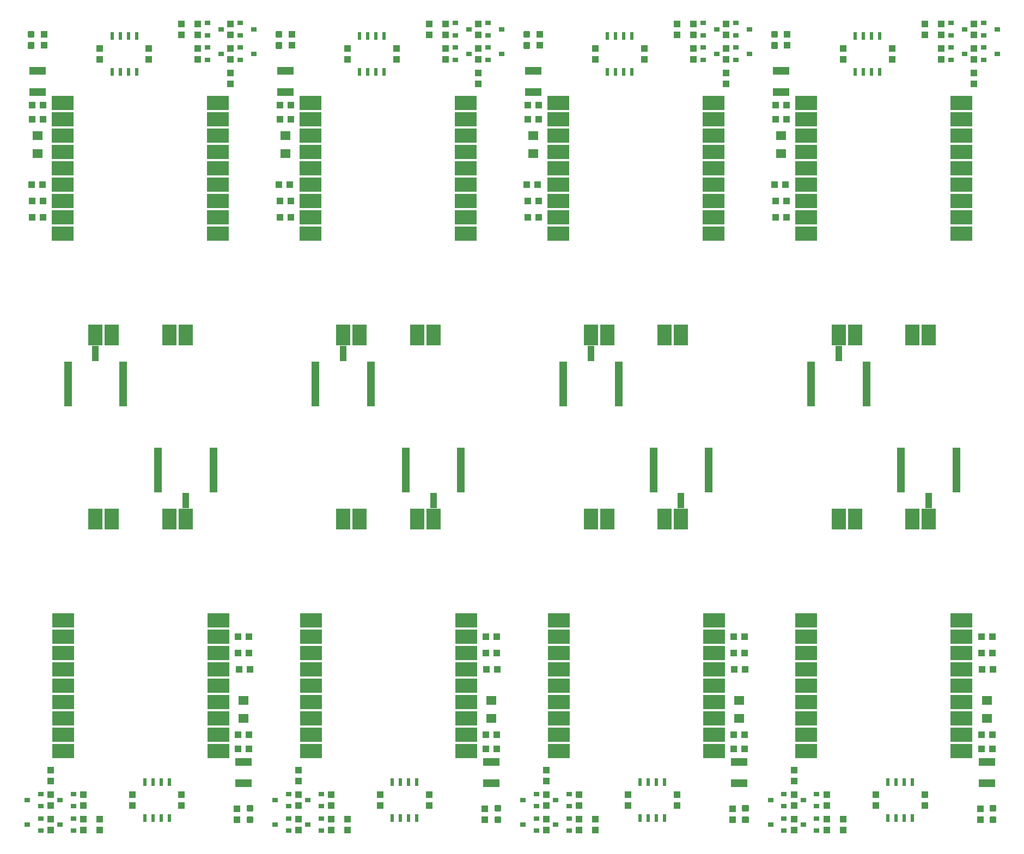
<source format=gtp>
G04 EAGLE Gerber RS-274X export*
G75*
%MOMM*%
%FSLAX34Y34*%
%LPD*%
%INSolderpaste Top*%
%IPPOS*%
%AMOC8*
5,1,8,0,0,1.08239X$1,22.5*%
G01*
%ADD10R,1.100000X1.000000*%
%ADD11R,1.600000X1.400000*%
%ADD12R,1.000000X1.100000*%
%ADD13C,0.300000*%
%ADD14R,3.400000X2.200000*%
%ADD15R,2.254000X3.254000*%
%ADD16R,2.500000X1.200000*%
%ADD17R,1.100000X2.400000*%
%ADD18R,1.250000X7.000000*%
%ADD19R,0.600000X1.200000*%
%ADD20R,0.900000X0.800000*%


D10*
X341512Y203200D03*
X358512Y203200D03*
X341512Y181610D03*
X358512Y181610D03*
D11*
X350012Y256570D03*
X350012Y228570D03*
D12*
X339992Y71500D03*
X339992Y88500D03*
D13*
X356492Y85270D02*
X363492Y85270D01*
X356492Y85270D02*
X356492Y92270D01*
X363492Y92270D01*
X363492Y85270D01*
X363492Y88120D02*
X356492Y88120D01*
X356492Y90970D02*
X363492Y90970D01*
X363492Y67730D02*
X356492Y67730D01*
X356492Y74730D01*
X363492Y74730D01*
X363492Y67730D01*
X363492Y70580D02*
X356492Y70580D01*
X356492Y73430D02*
X363492Y73430D01*
D14*
X310992Y177900D03*
D15*
X259992Y538900D03*
X234592Y538900D03*
X145392Y538900D03*
X119992Y538900D03*
D14*
X310992Y203300D03*
X310992Y228700D03*
X310992Y254100D03*
X310992Y279500D03*
X310992Y304900D03*
X310992Y330300D03*
X310992Y355700D03*
X310992Y381100D03*
X69692Y177900D03*
X69692Y203300D03*
X69692Y228700D03*
X69692Y254100D03*
X69692Y279500D03*
X69692Y304900D03*
X69692Y330300D03*
X69692Y355700D03*
X69692Y381100D03*
D12*
X50292Y148200D03*
X50292Y131200D03*
D10*
X342782Y304800D03*
X359782Y304800D03*
X358512Y355600D03*
X341512Y355600D03*
X358512Y330200D03*
X341512Y330200D03*
D16*
X349992Y128100D03*
X349992Y161100D03*
D17*
X259992Y567700D03*
D18*
X216942Y614600D03*
X303042Y614600D03*
D12*
X126492Y72000D03*
X126492Y55000D03*
X101092Y110100D03*
X101092Y93100D03*
X101092Y55000D03*
X101092Y72000D03*
D19*
X196342Y73600D03*
X209042Y73600D03*
X221742Y73600D03*
X234442Y73600D03*
X234442Y129600D03*
X221742Y129600D03*
X209042Y129600D03*
X196342Y129600D03*
D12*
X177292Y110100D03*
X177292Y93100D03*
D20*
X34892Y92100D03*
X34892Y111100D03*
X13892Y101600D03*
D12*
X50292Y93100D03*
X50292Y110100D03*
D20*
X34892Y54000D03*
X34892Y73000D03*
X13892Y63500D03*
D12*
X50292Y55000D03*
X50292Y72000D03*
D20*
X85692Y54000D03*
X85692Y73000D03*
X64692Y63500D03*
X85692Y92100D03*
X85692Y111100D03*
X64692Y101600D03*
D12*
X253492Y110100D03*
X253492Y93100D03*
D10*
X726601Y203200D03*
X743601Y203200D03*
X726601Y181610D03*
X743601Y181610D03*
D11*
X735101Y256570D03*
X735101Y228570D03*
D12*
X725081Y71500D03*
X725081Y88500D03*
D13*
X741581Y85270D02*
X748581Y85270D01*
X741581Y85270D02*
X741581Y92270D01*
X748581Y92270D01*
X748581Y85270D01*
X748581Y88120D02*
X741581Y88120D01*
X741581Y90970D02*
X748581Y90970D01*
X748581Y67730D02*
X741581Y67730D01*
X741581Y74730D01*
X748581Y74730D01*
X748581Y67730D01*
X748581Y70580D02*
X741581Y70580D01*
X741581Y73430D02*
X748581Y73430D01*
D14*
X696081Y177900D03*
D15*
X645081Y538900D03*
X619681Y538900D03*
X530481Y538900D03*
X505081Y538900D03*
D14*
X696081Y203300D03*
X696081Y228700D03*
X696081Y254100D03*
X696081Y279500D03*
X696081Y304900D03*
X696081Y330300D03*
X696081Y355700D03*
X696081Y381100D03*
X454781Y177900D03*
X454781Y203300D03*
X454781Y228700D03*
X454781Y254100D03*
X454781Y279500D03*
X454781Y304900D03*
X454781Y330300D03*
X454781Y355700D03*
X454781Y381100D03*
D12*
X435381Y148200D03*
X435381Y131200D03*
D10*
X727871Y304800D03*
X744871Y304800D03*
X743601Y355600D03*
X726601Y355600D03*
X743601Y330200D03*
X726601Y330200D03*
D16*
X735081Y128100D03*
X735081Y161100D03*
D17*
X645081Y567700D03*
D18*
X602031Y614600D03*
X688131Y614600D03*
D12*
X511581Y72000D03*
X511581Y55000D03*
X486181Y110100D03*
X486181Y93100D03*
X486181Y55000D03*
X486181Y72000D03*
D19*
X581431Y73600D03*
X594131Y73600D03*
X606831Y73600D03*
X619531Y73600D03*
X619531Y129600D03*
X606831Y129600D03*
X594131Y129600D03*
X581431Y129600D03*
D12*
X562381Y110100D03*
X562381Y93100D03*
D20*
X419981Y92100D03*
X419981Y111100D03*
X398981Y101600D03*
D12*
X435381Y93100D03*
X435381Y110100D03*
D20*
X419981Y54000D03*
X419981Y73000D03*
X398981Y63500D03*
D12*
X435381Y55000D03*
X435381Y72000D03*
D20*
X470781Y54000D03*
X470781Y73000D03*
X449781Y63500D03*
X470781Y92100D03*
X470781Y111100D03*
X449781Y101600D03*
D12*
X638581Y110100D03*
X638581Y93100D03*
D10*
X1111665Y203200D03*
X1128665Y203200D03*
X1111665Y181610D03*
X1128665Y181610D03*
D11*
X1120165Y256570D03*
X1120165Y228570D03*
D12*
X1110145Y71500D03*
X1110145Y88500D03*
D13*
X1126645Y85270D02*
X1133645Y85270D01*
X1126645Y85270D02*
X1126645Y92270D01*
X1133645Y92270D01*
X1133645Y85270D01*
X1133645Y88120D02*
X1126645Y88120D01*
X1126645Y90970D02*
X1133645Y90970D01*
X1133645Y67730D02*
X1126645Y67730D01*
X1126645Y74730D01*
X1133645Y74730D01*
X1133645Y67730D01*
X1133645Y70580D02*
X1126645Y70580D01*
X1126645Y73430D02*
X1133645Y73430D01*
D14*
X1081145Y177900D03*
D15*
X1030145Y538900D03*
X1004745Y538900D03*
X915545Y538900D03*
X890145Y538900D03*
D14*
X1081145Y203300D03*
X1081145Y228700D03*
X1081145Y254100D03*
X1081145Y279500D03*
X1081145Y304900D03*
X1081145Y330300D03*
X1081145Y355700D03*
X1081145Y381100D03*
X839845Y177900D03*
X839845Y203300D03*
X839845Y228700D03*
X839845Y254100D03*
X839845Y279500D03*
X839845Y304900D03*
X839845Y330300D03*
X839845Y355700D03*
X839845Y381100D03*
D12*
X820445Y148200D03*
X820445Y131200D03*
D10*
X1112935Y304800D03*
X1129935Y304800D03*
X1128665Y355600D03*
X1111665Y355600D03*
X1128665Y330200D03*
X1111665Y330200D03*
D16*
X1120145Y128100D03*
X1120145Y161100D03*
D17*
X1030145Y567700D03*
D18*
X987095Y614600D03*
X1073195Y614600D03*
D12*
X896645Y72000D03*
X896645Y55000D03*
X871245Y110100D03*
X871245Y93100D03*
X871245Y55000D03*
X871245Y72000D03*
D19*
X966495Y73600D03*
X979195Y73600D03*
X991895Y73600D03*
X1004595Y73600D03*
X1004595Y129600D03*
X991895Y129600D03*
X979195Y129600D03*
X966495Y129600D03*
D12*
X947445Y110100D03*
X947445Y93100D03*
D20*
X805045Y92100D03*
X805045Y111100D03*
X784045Y101600D03*
D12*
X820445Y93100D03*
X820445Y110100D03*
D20*
X805045Y54000D03*
X805045Y73000D03*
X784045Y63500D03*
D12*
X820445Y55000D03*
X820445Y72000D03*
D20*
X855845Y54000D03*
X855845Y73000D03*
X834845Y63500D03*
X855845Y92100D03*
X855845Y111100D03*
X834845Y101600D03*
D12*
X1023645Y110100D03*
X1023645Y93100D03*
D10*
X1496755Y203200D03*
X1513755Y203200D03*
X1496755Y181610D03*
X1513755Y181610D03*
D11*
X1505255Y256570D03*
X1505255Y228570D03*
D12*
X1495235Y71500D03*
X1495235Y88500D03*
D13*
X1511735Y85270D02*
X1518735Y85270D01*
X1511735Y85270D02*
X1511735Y92270D01*
X1518735Y92270D01*
X1518735Y85270D01*
X1518735Y88120D02*
X1511735Y88120D01*
X1511735Y90970D02*
X1518735Y90970D01*
X1518735Y67730D02*
X1511735Y67730D01*
X1511735Y74730D01*
X1518735Y74730D01*
X1518735Y67730D01*
X1518735Y70580D02*
X1511735Y70580D01*
X1511735Y73430D02*
X1518735Y73430D01*
D14*
X1466235Y177900D03*
D15*
X1415235Y538900D03*
X1389835Y538900D03*
X1300635Y538900D03*
X1275235Y538900D03*
D14*
X1466235Y203300D03*
X1466235Y228700D03*
X1466235Y254100D03*
X1466235Y279500D03*
X1466235Y304900D03*
X1466235Y330300D03*
X1466235Y355700D03*
X1466235Y381100D03*
X1224935Y177900D03*
X1224935Y203300D03*
X1224935Y228700D03*
X1224935Y254100D03*
X1224935Y279500D03*
X1224935Y304900D03*
X1224935Y330300D03*
X1224935Y355700D03*
X1224935Y381100D03*
D12*
X1205535Y148200D03*
X1205535Y131200D03*
D10*
X1498025Y304800D03*
X1515025Y304800D03*
X1513755Y355600D03*
X1496755Y355600D03*
X1513755Y330200D03*
X1496755Y330200D03*
D16*
X1505235Y128100D03*
X1505235Y161100D03*
D17*
X1415235Y567700D03*
D18*
X1372185Y614600D03*
X1458285Y614600D03*
D12*
X1281735Y72000D03*
X1281735Y55000D03*
X1256335Y110100D03*
X1256335Y93100D03*
X1256335Y55000D03*
X1256335Y72000D03*
D19*
X1351585Y73600D03*
X1364285Y73600D03*
X1376985Y73600D03*
X1389685Y73600D03*
X1389685Y129600D03*
X1376985Y129600D03*
X1364285Y129600D03*
X1351585Y129600D03*
D12*
X1332535Y110100D03*
X1332535Y93100D03*
D20*
X1190135Y92100D03*
X1190135Y111100D03*
X1169135Y101600D03*
D12*
X1205535Y93100D03*
X1205535Y110100D03*
D20*
X1190135Y54000D03*
X1190135Y73000D03*
X1169135Y63500D03*
D12*
X1205535Y55000D03*
X1205535Y72000D03*
D20*
X1240935Y54000D03*
X1240935Y73000D03*
X1219935Y63500D03*
X1240935Y92100D03*
X1240935Y111100D03*
X1219935Y101600D03*
D12*
X1408735Y110100D03*
X1408735Y93100D03*
D10*
X38497Y1160297D03*
X21497Y1160297D03*
X38497Y1181887D03*
X21497Y1181887D03*
D11*
X29997Y1106927D03*
X29997Y1134927D03*
D12*
X40017Y1291997D03*
X40017Y1274997D03*
D13*
X23517Y1278227D02*
X16517Y1278227D01*
X23517Y1278227D02*
X23517Y1271227D01*
X16517Y1271227D01*
X16517Y1278227D01*
X16517Y1274077D02*
X23517Y1274077D01*
X23517Y1276927D02*
X16517Y1276927D01*
X16517Y1295767D02*
X23517Y1295767D01*
X23517Y1288767D01*
X16517Y1288767D01*
X16517Y1295767D01*
X16517Y1291617D02*
X23517Y1291617D01*
X23517Y1294467D02*
X16517Y1294467D01*
D14*
X69017Y1185597D03*
D15*
X120017Y824597D03*
X145417Y824597D03*
X234617Y824597D03*
X260017Y824597D03*
D14*
X69017Y1160197D03*
X69017Y1134797D03*
X69017Y1109397D03*
X69017Y1083997D03*
X69017Y1058597D03*
X69017Y1033197D03*
X69017Y1007797D03*
X69017Y982397D03*
X310317Y1185597D03*
X310317Y1160197D03*
X310317Y1134797D03*
X310317Y1109397D03*
X310317Y1083997D03*
X310317Y1058597D03*
X310317Y1033197D03*
X310317Y1007797D03*
X310317Y982397D03*
D12*
X329717Y1215297D03*
X329717Y1232297D03*
D10*
X37227Y1058697D03*
X20227Y1058697D03*
X21497Y1007897D03*
X38497Y1007897D03*
X21497Y1033297D03*
X38497Y1033297D03*
D16*
X30017Y1235397D03*
X30017Y1202397D03*
D17*
X120017Y795797D03*
D18*
X163067Y748897D03*
X76967Y748897D03*
D12*
X253517Y1291497D03*
X253517Y1308497D03*
X278917Y1253397D03*
X278917Y1270397D03*
X278917Y1308497D03*
X278917Y1291497D03*
D19*
X183667Y1289897D03*
X170967Y1289897D03*
X158267Y1289897D03*
X145567Y1289897D03*
X145567Y1233897D03*
X158267Y1233897D03*
X170967Y1233897D03*
X183667Y1233897D03*
D12*
X202717Y1253397D03*
X202717Y1270397D03*
D20*
X345117Y1271397D03*
X345117Y1252397D03*
X366117Y1261897D03*
D12*
X329717Y1270397D03*
X329717Y1253397D03*
D20*
X345117Y1309497D03*
X345117Y1290497D03*
X366117Y1299997D03*
D12*
X329717Y1308497D03*
X329717Y1291497D03*
D20*
X294317Y1309497D03*
X294317Y1290497D03*
X315317Y1299997D03*
X294317Y1271397D03*
X294317Y1252397D03*
X315317Y1261897D03*
D12*
X126517Y1253397D03*
X126517Y1270397D03*
D10*
X423561Y1160297D03*
X406561Y1160297D03*
X423561Y1181887D03*
X406561Y1181887D03*
D11*
X415061Y1106927D03*
X415061Y1134927D03*
D12*
X425081Y1291997D03*
X425081Y1274997D03*
D13*
X408581Y1278227D02*
X401581Y1278227D01*
X408581Y1278227D02*
X408581Y1271227D01*
X401581Y1271227D01*
X401581Y1278227D01*
X401581Y1274077D02*
X408581Y1274077D01*
X408581Y1276927D02*
X401581Y1276927D01*
X401581Y1295767D02*
X408581Y1295767D01*
X408581Y1288767D01*
X401581Y1288767D01*
X401581Y1295767D01*
X401581Y1291617D02*
X408581Y1291617D01*
X408581Y1294467D02*
X401581Y1294467D01*
D14*
X454081Y1185597D03*
D15*
X505081Y824597D03*
X530481Y824597D03*
X619681Y824597D03*
X645081Y824597D03*
D14*
X454081Y1160197D03*
X454081Y1134797D03*
X454081Y1109397D03*
X454081Y1083997D03*
X454081Y1058597D03*
X454081Y1033197D03*
X454081Y1007797D03*
X454081Y982397D03*
X695381Y1185597D03*
X695381Y1160197D03*
X695381Y1134797D03*
X695381Y1109397D03*
X695381Y1083997D03*
X695381Y1058597D03*
X695381Y1033197D03*
X695381Y1007797D03*
X695381Y982397D03*
D12*
X714781Y1215297D03*
X714781Y1232297D03*
D10*
X422291Y1058697D03*
X405291Y1058697D03*
X406561Y1007897D03*
X423561Y1007897D03*
X406561Y1033297D03*
X423561Y1033297D03*
D16*
X415081Y1235397D03*
X415081Y1202397D03*
D17*
X505081Y795797D03*
D18*
X548131Y748897D03*
X462031Y748897D03*
D12*
X638581Y1291497D03*
X638581Y1308497D03*
X663981Y1253397D03*
X663981Y1270397D03*
X663981Y1308497D03*
X663981Y1291497D03*
D19*
X568731Y1289897D03*
X556031Y1289897D03*
X543331Y1289897D03*
X530631Y1289897D03*
X530631Y1233897D03*
X543331Y1233897D03*
X556031Y1233897D03*
X568731Y1233897D03*
D12*
X587781Y1253397D03*
X587781Y1270397D03*
D20*
X730181Y1271397D03*
X730181Y1252397D03*
X751181Y1261897D03*
D12*
X714781Y1270397D03*
X714781Y1253397D03*
D20*
X730181Y1309497D03*
X730181Y1290497D03*
X751181Y1299997D03*
D12*
X714781Y1308497D03*
X714781Y1291497D03*
D20*
X679381Y1309497D03*
X679381Y1290497D03*
X700381Y1299997D03*
X679381Y1271397D03*
X679381Y1252397D03*
X700381Y1261897D03*
D12*
X511581Y1253397D03*
X511581Y1270397D03*
D10*
X808651Y1160297D03*
X791651Y1160297D03*
X808651Y1181887D03*
X791651Y1181887D03*
D11*
X800151Y1106927D03*
X800151Y1134927D03*
D12*
X810171Y1291997D03*
X810171Y1274997D03*
D13*
X793671Y1278227D02*
X786671Y1278227D01*
X793671Y1278227D02*
X793671Y1271227D01*
X786671Y1271227D01*
X786671Y1278227D01*
X786671Y1274077D02*
X793671Y1274077D01*
X793671Y1276927D02*
X786671Y1276927D01*
X786671Y1295767D02*
X793671Y1295767D01*
X793671Y1288767D01*
X786671Y1288767D01*
X786671Y1295767D01*
X786671Y1291617D02*
X793671Y1291617D01*
X793671Y1294467D02*
X786671Y1294467D01*
D14*
X839171Y1185597D03*
D15*
X890171Y824597D03*
X915571Y824597D03*
X1004771Y824597D03*
X1030171Y824597D03*
D14*
X839171Y1160197D03*
X839171Y1134797D03*
X839171Y1109397D03*
X839171Y1083997D03*
X839171Y1058597D03*
X839171Y1033197D03*
X839171Y1007797D03*
X839171Y982397D03*
X1080471Y1185597D03*
X1080471Y1160197D03*
X1080471Y1134797D03*
X1080471Y1109397D03*
X1080471Y1083997D03*
X1080471Y1058597D03*
X1080471Y1033197D03*
X1080471Y1007797D03*
X1080471Y982397D03*
D12*
X1099871Y1215297D03*
X1099871Y1232297D03*
D10*
X807381Y1058697D03*
X790381Y1058697D03*
X791651Y1007897D03*
X808651Y1007897D03*
X791651Y1033297D03*
X808651Y1033297D03*
D16*
X800171Y1235397D03*
X800171Y1202397D03*
D17*
X890171Y795797D03*
D18*
X933221Y748897D03*
X847121Y748897D03*
D12*
X1023671Y1291497D03*
X1023671Y1308497D03*
X1049071Y1253397D03*
X1049071Y1270397D03*
X1049071Y1308497D03*
X1049071Y1291497D03*
D19*
X953821Y1289897D03*
X941121Y1289897D03*
X928421Y1289897D03*
X915721Y1289897D03*
X915721Y1233897D03*
X928421Y1233897D03*
X941121Y1233897D03*
X953821Y1233897D03*
D12*
X972871Y1253397D03*
X972871Y1270397D03*
D20*
X1115271Y1271397D03*
X1115271Y1252397D03*
X1136271Y1261897D03*
D12*
X1099871Y1270397D03*
X1099871Y1253397D03*
D20*
X1115271Y1309497D03*
X1115271Y1290497D03*
X1136271Y1299997D03*
D12*
X1099871Y1308497D03*
X1099871Y1291497D03*
D20*
X1064471Y1309497D03*
X1064471Y1290497D03*
X1085471Y1299997D03*
X1064471Y1271397D03*
X1064471Y1252397D03*
X1085471Y1261897D03*
D12*
X896671Y1253397D03*
X896671Y1270397D03*
D10*
X1193740Y1160297D03*
X1176740Y1160297D03*
X1193740Y1181887D03*
X1176740Y1181887D03*
D11*
X1185240Y1106927D03*
X1185240Y1134927D03*
D12*
X1195260Y1291997D03*
X1195260Y1274997D03*
D13*
X1178760Y1278227D02*
X1171760Y1278227D01*
X1178760Y1278227D02*
X1178760Y1271227D01*
X1171760Y1271227D01*
X1171760Y1278227D01*
X1171760Y1274077D02*
X1178760Y1274077D01*
X1178760Y1276927D02*
X1171760Y1276927D01*
X1171760Y1295767D02*
X1178760Y1295767D01*
X1178760Y1288767D01*
X1171760Y1288767D01*
X1171760Y1295767D01*
X1171760Y1291617D02*
X1178760Y1291617D01*
X1178760Y1294467D02*
X1171760Y1294467D01*
D14*
X1224260Y1185597D03*
D15*
X1275260Y824597D03*
X1300660Y824597D03*
X1389860Y824597D03*
X1415260Y824597D03*
D14*
X1224260Y1160197D03*
X1224260Y1134797D03*
X1224260Y1109397D03*
X1224260Y1083997D03*
X1224260Y1058597D03*
X1224260Y1033197D03*
X1224260Y1007797D03*
X1224260Y982397D03*
X1465560Y1185597D03*
X1465560Y1160197D03*
X1465560Y1134797D03*
X1465560Y1109397D03*
X1465560Y1083997D03*
X1465560Y1058597D03*
X1465560Y1033197D03*
X1465560Y1007797D03*
X1465560Y982397D03*
D12*
X1484960Y1215297D03*
X1484960Y1232297D03*
D10*
X1192470Y1058697D03*
X1175470Y1058697D03*
X1176740Y1007897D03*
X1193740Y1007897D03*
X1176740Y1033297D03*
X1193740Y1033297D03*
D16*
X1185260Y1235397D03*
X1185260Y1202397D03*
D17*
X1275260Y795797D03*
D18*
X1318310Y748897D03*
X1232210Y748897D03*
D12*
X1408760Y1291497D03*
X1408760Y1308497D03*
X1434160Y1253397D03*
X1434160Y1270397D03*
X1434160Y1308497D03*
X1434160Y1291497D03*
D19*
X1338910Y1289897D03*
X1326210Y1289897D03*
X1313510Y1289897D03*
X1300810Y1289897D03*
X1300810Y1233897D03*
X1313510Y1233897D03*
X1326210Y1233897D03*
X1338910Y1233897D03*
D12*
X1357960Y1253397D03*
X1357960Y1270397D03*
D20*
X1500360Y1271397D03*
X1500360Y1252397D03*
X1521360Y1261897D03*
D12*
X1484960Y1270397D03*
X1484960Y1253397D03*
D20*
X1500360Y1309497D03*
X1500360Y1290497D03*
X1521360Y1299997D03*
D12*
X1484960Y1308497D03*
X1484960Y1291497D03*
D20*
X1449560Y1309497D03*
X1449560Y1290497D03*
X1470560Y1299997D03*
X1449560Y1271397D03*
X1449560Y1252397D03*
X1470560Y1261897D03*
D12*
X1281760Y1253397D03*
X1281760Y1270397D03*
M02*

</source>
